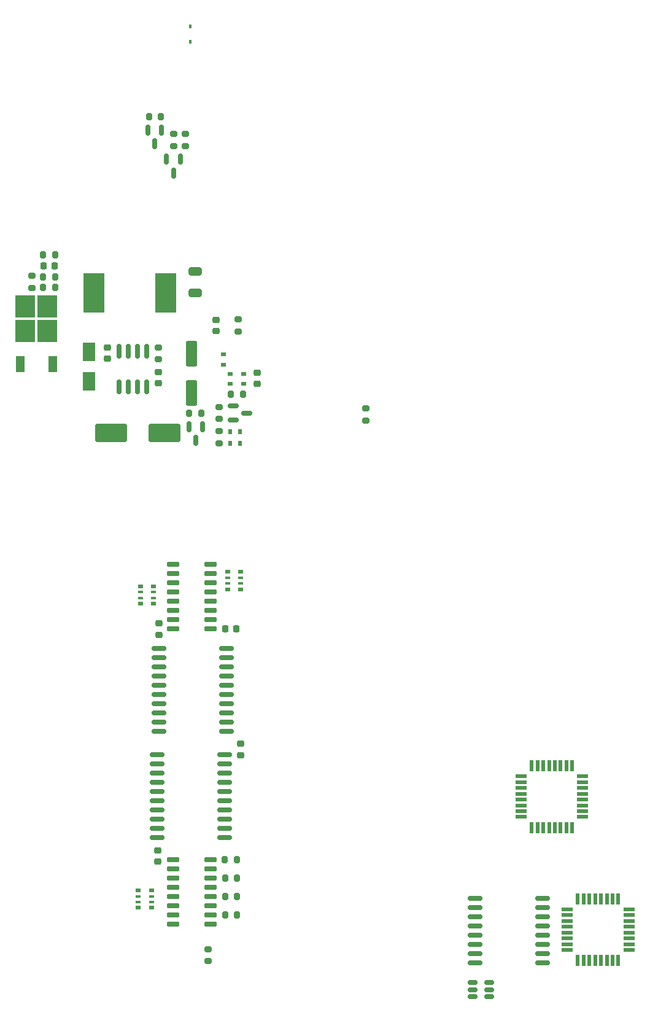
<source format=gbr>
%TF.GenerationSoftware,KiCad,Pcbnew,(6.0.11-0)*%
%TF.CreationDate,2023-07-11T17:26:52+12:00*%
%TF.ProjectId,controller,636f6e74-726f-46c6-9c65-722e6b696361,3.2*%
%TF.SameCoordinates,PX1c9c380PY1312d00*%
%TF.FileFunction,Paste,Top*%
%TF.FilePolarity,Positive*%
%FSLAX46Y46*%
G04 Gerber Fmt 4.6, Leading zero omitted, Abs format (unit mm)*
G04 Created by KiCad (PCBNEW (6.0.11-0)) date 2023-07-11 17:26:52*
%MOMM*%
%LPD*%
G01*
G04 APERTURE LIST*
G04 Aperture macros list*
%AMRoundRect*
0 Rectangle with rounded corners*
0 $1 Rounding radius*
0 $2 $3 $4 $5 $6 $7 $8 $9 X,Y pos of 4 corners*
0 Add a 4 corners polygon primitive as box body*
4,1,4,$2,$3,$4,$5,$6,$7,$8,$9,$2,$3,0*
0 Add four circle primitives for the rounded corners*
1,1,$1+$1,$2,$3*
1,1,$1+$1,$4,$5*
1,1,$1+$1,$6,$7*
1,1,$1+$1,$8,$9*
0 Add four rect primitives between the rounded corners*
20,1,$1+$1,$2,$3,$4,$5,0*
20,1,$1+$1,$4,$5,$6,$7,0*
20,1,$1+$1,$6,$7,$8,$9,0*
20,1,$1+$1,$8,$9,$2,$3,0*%
G04 Aperture macros list end*
%ADD10R,1.600000X0.550000*%
%ADD11R,0.550000X1.600000*%
%ADD12R,2.900000X5.400000*%
%ADD13RoundRect,0.225000X0.250000X-0.225000X0.250000X0.225000X-0.250000X0.225000X-0.250000X-0.225000X0*%
%ADD14RoundRect,0.225000X-0.250000X0.225000X-0.250000X-0.225000X0.250000X-0.225000X0.250000X0.225000X0*%
%ADD15R,0.800000X0.500000*%
%ADD16R,0.800000X0.400000*%
%ADD17RoundRect,0.200000X-0.275000X0.200000X-0.275000X-0.200000X0.275000X-0.200000X0.275000X0.200000X0*%
%ADD18RoundRect,0.200000X0.275000X-0.200000X0.275000X0.200000X-0.275000X0.200000X-0.275000X-0.200000X0*%
%ADD19R,0.700000X0.600000*%
%ADD20RoundRect,0.200000X-0.200000X-0.275000X0.200000X-0.275000X0.200000X0.275000X-0.200000X0.275000X0*%
%ADD21R,0.600000X0.700000*%
%ADD22RoundRect,0.150000X-0.150000X0.587500X-0.150000X-0.587500X0.150000X-0.587500X0.150000X0.587500X0*%
%ADD23R,2.750000X3.050000*%
%ADD24R,1.200000X2.200000*%
%ADD25RoundRect,0.250000X-1.950000X-1.000000X1.950000X-1.000000X1.950000X1.000000X-1.950000X1.000000X0*%
%ADD26RoundRect,0.150000X-0.875000X-0.150000X0.875000X-0.150000X0.875000X0.150000X-0.875000X0.150000X0*%
%ADD27RoundRect,0.250000X-0.550000X1.500000X-0.550000X-1.500000X0.550000X-1.500000X0.550000X1.500000X0*%
%ADD28RoundRect,0.250000X-0.650000X0.325000X-0.650000X-0.325000X0.650000X-0.325000X0.650000X0.325000X0*%
%ADD29RoundRect,0.225000X-0.225000X-0.250000X0.225000X-0.250000X0.225000X0.250000X-0.225000X0.250000X0*%
%ADD30R,0.450000X0.600000*%
%ADD31RoundRect,0.150000X0.725000X0.150000X-0.725000X0.150000X-0.725000X-0.150000X0.725000X-0.150000X0*%
%ADD32RoundRect,0.200000X0.200000X0.275000X-0.200000X0.275000X-0.200000X-0.275000X0.200000X-0.275000X0*%
%ADD33RoundRect,0.150000X0.150000X-0.825000X0.150000X0.825000X-0.150000X0.825000X-0.150000X-0.825000X0*%
%ADD34RoundRect,0.225000X0.225000X0.250000X-0.225000X0.250000X-0.225000X-0.250000X0.225000X-0.250000X0*%
%ADD35RoundRect,0.150000X-0.512500X-0.150000X0.512500X-0.150000X0.512500X0.150000X-0.512500X0.150000X0*%
%ADD36RoundRect,0.150000X-0.587500X-0.150000X0.587500X-0.150000X0.587500X0.150000X-0.587500X0.150000X0*%
%ADD37R,1.800000X2.500000*%
G04 APERTURE END LIST*
D10*
%TO.C,U9*%
X86500000Y-128100000D03*
X86500000Y-128900000D03*
X86500000Y-129700000D03*
X86500000Y-130500000D03*
X86500000Y-131300000D03*
X86500000Y-132100000D03*
X86500000Y-132900000D03*
X86500000Y-133700000D03*
D11*
X87950000Y-135150000D03*
X88750000Y-135150000D03*
X89550000Y-135150000D03*
X90350000Y-135150000D03*
X91150000Y-135150000D03*
X91950000Y-135150000D03*
X92750000Y-135150000D03*
X93550000Y-135150000D03*
D10*
X95000000Y-133700000D03*
X95000000Y-132900000D03*
X95000000Y-132100000D03*
X95000000Y-131300000D03*
X95000000Y-130500000D03*
X95000000Y-129700000D03*
X95000000Y-128900000D03*
X95000000Y-128100000D03*
D11*
X93550000Y-126650000D03*
X92750000Y-126650000D03*
X91950000Y-126650000D03*
X91150000Y-126650000D03*
X90350000Y-126650000D03*
X89550000Y-126650000D03*
X88750000Y-126650000D03*
X87950000Y-126650000D03*
%TD*%
D12*
%TO.C,L1*%
X27600000Y-61410000D03*
X37500000Y-61410000D03*
%TD*%
D13*
%TO.C,C5*%
X36500000Y-73875000D03*
X36500000Y-72325000D03*
%TD*%
D14*
%TO.C,C1*%
X44400000Y-65150000D03*
X44400000Y-66700000D03*
%TD*%
D15*
%TO.C,RN2*%
X34000000Y-101889393D03*
D16*
X34000000Y-102689393D03*
X34000000Y-103489393D03*
D15*
X34000000Y-104289393D03*
X35800000Y-104289393D03*
D16*
X35800000Y-103489393D03*
X35800000Y-102689393D03*
D15*
X35800000Y-101889393D03*
%TD*%
D17*
%TO.C,R12*%
X36449999Y-68935000D03*
X36449999Y-70585000D03*
%TD*%
%TO.C,R6*%
X44800000Y-77175000D03*
X44800000Y-78825000D03*
%TD*%
D18*
%TO.C,R18*%
X40190000Y-41182107D03*
X40190000Y-39532107D03*
%TD*%
D19*
%TO.C,D3*%
X46400000Y-73992893D03*
X46400000Y-72592893D03*
%TD*%
D17*
%TO.C,R19*%
X38550000Y-39532107D03*
X38550000Y-41182107D03*
%TD*%
D20*
%TO.C,R16*%
X45675000Y-142150000D03*
X47325000Y-142150000D03*
%TD*%
%TO.C,R7*%
X20575000Y-60700000D03*
X22225000Y-60700000D03*
%TD*%
D21*
%TO.C,D5*%
X47750000Y-82150000D03*
X46350000Y-82150000D03*
%TD*%
D18*
%TO.C,R5*%
X65100000Y-79017893D03*
X65100000Y-77367893D03*
%TD*%
D22*
%TO.C,Q4*%
X39500000Y-43019607D03*
X37600000Y-43019607D03*
X38550000Y-44894607D03*
%TD*%
D23*
%TO.C,Q2*%
X18125000Y-66675000D03*
X21175000Y-66675000D03*
X21175000Y-63325000D03*
X18125000Y-63325000D03*
D24*
X17370000Y-71300000D03*
X21930000Y-71300000D03*
%TD*%
D17*
%TO.C,R8*%
X19000000Y-59075000D03*
X19000000Y-60725000D03*
%TD*%
D19*
%TO.C,D1*%
X45437500Y-71337500D03*
X45437500Y-69937500D03*
%TD*%
D13*
%TO.C,C6*%
X29450000Y-70534999D03*
X29450000Y-68984999D03*
%TD*%
D20*
%TO.C,R15*%
X45675000Y-144650000D03*
X47325000Y-144650000D03*
%TD*%
D25*
%TO.C,C4*%
X29900000Y-80760000D03*
X37300000Y-80760000D03*
%TD*%
D20*
%TO.C,R17*%
X45625000Y-139600000D03*
X47275000Y-139600000D03*
%TD*%
D26*
%TO.C,U3*%
X36300000Y-125135000D03*
X36300000Y-126405000D03*
X36300000Y-127675000D03*
X36300000Y-128945000D03*
X36300000Y-130215000D03*
X36300000Y-131485000D03*
X36300000Y-132755000D03*
X36300000Y-134025000D03*
X36300000Y-135295000D03*
X36300000Y-136565000D03*
X45600000Y-136565000D03*
X45600000Y-135295000D03*
X45600000Y-134025000D03*
X45600000Y-132755000D03*
X45600000Y-131485000D03*
X45600000Y-130215000D03*
X45600000Y-128945000D03*
X45600000Y-127675000D03*
X45600000Y-126405000D03*
X45600000Y-125135000D03*
%TD*%
D10*
%TO.C,U8*%
X92860000Y-146450000D03*
X92860000Y-147250000D03*
X92860000Y-148050000D03*
X92860000Y-148850000D03*
X92860000Y-149650000D03*
X92860000Y-150450000D03*
X92860000Y-151250000D03*
X92860000Y-152050000D03*
D11*
X94310000Y-153500000D03*
X95110000Y-153500000D03*
X95910000Y-153500000D03*
X96710000Y-153500000D03*
X97510000Y-153500000D03*
X98310000Y-153500000D03*
X99110000Y-153500000D03*
X99910000Y-153500000D03*
D10*
X101360000Y-152050000D03*
X101360000Y-151250000D03*
X101360000Y-150450000D03*
X101360000Y-149650000D03*
X101360000Y-148850000D03*
X101360000Y-148050000D03*
X101360000Y-147250000D03*
X101360000Y-146450000D03*
D11*
X99910000Y-145000000D03*
X99110000Y-145000000D03*
X98310000Y-145000000D03*
X97510000Y-145000000D03*
X96710000Y-145000000D03*
X95910000Y-145000000D03*
X95110000Y-145000000D03*
X94310000Y-145000000D03*
%TD*%
D15*
%TO.C,RN1*%
X33700000Y-143833393D03*
D16*
X33700000Y-144633393D03*
X33700000Y-145433393D03*
D15*
X33700000Y-146233393D03*
X35500000Y-146233393D03*
D16*
X35500000Y-145433393D03*
X35500000Y-144633393D03*
D15*
X35500000Y-143833393D03*
%TD*%
D13*
%TO.C,C11*%
X47800000Y-125167893D03*
X47800000Y-123617893D03*
%TD*%
%TO.C,C2*%
X50100000Y-73967893D03*
X50100000Y-72417893D03*
%TD*%
D20*
%TO.C,R14*%
X45675000Y-147200000D03*
X47325000Y-147200000D03*
%TD*%
%TO.C,R20*%
X35160000Y-37102107D03*
X36810000Y-37102107D03*
%TD*%
D27*
%TO.C,C8*%
X41000000Y-69800000D03*
X41000000Y-75200000D03*
%TD*%
D14*
%TO.C,C10*%
X36544000Y-107009393D03*
X36544000Y-108559393D03*
%TD*%
D21*
%TO.C,D4*%
X47750000Y-80550000D03*
X46350000Y-80550000D03*
%TD*%
D20*
%TO.C,R9*%
X20575000Y-56200000D03*
X22225000Y-56200000D03*
%TD*%
D28*
%TO.C,C7*%
X41525000Y-58450000D03*
X41525000Y-61400000D03*
%TD*%
D22*
%TO.C,Q3*%
X42550000Y-79862500D03*
X40650000Y-79862500D03*
X41600000Y-81737500D03*
%TD*%
D20*
%TO.C,R11*%
X40725000Y-78050000D03*
X42375000Y-78050000D03*
%TD*%
D18*
%TO.C,R2*%
X47425000Y-66750000D03*
X47425000Y-65100000D03*
%TD*%
D15*
%TO.C,RN3*%
X47800000Y-102292893D03*
D16*
X47800000Y-101492893D03*
X47800000Y-100692893D03*
D15*
X47800000Y-99892893D03*
X46000000Y-99892893D03*
D16*
X46000000Y-100692893D03*
X46000000Y-101492893D03*
D15*
X46000000Y-102292893D03*
%TD*%
D29*
%TO.C,C12*%
X45650000Y-107739393D03*
X47200000Y-107739393D03*
%TD*%
D30*
%TO.C,D7*%
X40900000Y-24700000D03*
X40900000Y-26800000D03*
%TD*%
D26*
%TO.C,U7*%
X80180000Y-144905000D03*
X80180000Y-146175000D03*
X80180000Y-147445000D03*
X80180000Y-148715000D03*
X80180000Y-149985000D03*
X80180000Y-151255000D03*
X80180000Y-152525000D03*
X80180000Y-153795000D03*
X89480000Y-153795000D03*
X89480000Y-152525000D03*
X89480000Y-151255000D03*
X89480000Y-149985000D03*
X89480000Y-148715000D03*
X89480000Y-147445000D03*
X89480000Y-146175000D03*
X89480000Y-144905000D03*
%TD*%
D31*
%TO.C,U5*%
X43654000Y-107739393D03*
X43654000Y-106469393D03*
X43654000Y-105199393D03*
X43654000Y-103929393D03*
X43654000Y-102659393D03*
X43654000Y-101389393D03*
X43654000Y-100119393D03*
X43654000Y-98849393D03*
X38504000Y-98849393D03*
X38504000Y-100119393D03*
X38504000Y-101389393D03*
X38504000Y-102659393D03*
X38504000Y-103929393D03*
X38504000Y-105199393D03*
X38504000Y-106469393D03*
X38504000Y-107739393D03*
%TD*%
D32*
%TO.C,R3*%
X48125000Y-75400000D03*
X46475000Y-75400000D03*
%TD*%
D33*
%TO.C,U1*%
X31045000Y-74434999D03*
X32315000Y-74434999D03*
X33585000Y-74434999D03*
X34855000Y-74434999D03*
X34855000Y-69484999D03*
X33585000Y-69484999D03*
X32315000Y-69484999D03*
X31045000Y-69484999D03*
%TD*%
D19*
%TO.C,D2*%
X48200000Y-73992893D03*
X48200000Y-72592893D03*
%TD*%
D34*
%TO.C,C3*%
X22175000Y-57700000D03*
X20625000Y-57700000D03*
%TD*%
D35*
%TO.C,U6*%
X79812500Y-156550000D03*
X79812500Y-157500000D03*
X79812500Y-158450000D03*
X82087500Y-158450000D03*
X82087500Y-157500000D03*
X82087500Y-156550000D03*
%TD*%
D17*
%TO.C,R13*%
X43350000Y-151950000D03*
X43350000Y-153600000D03*
%TD*%
D36*
%TO.C,Q1*%
X46762500Y-77050000D03*
X46762500Y-78950000D03*
X48637500Y-78000000D03*
%TD*%
D31*
%TO.C,U4*%
X43654000Y-148466393D03*
X43654000Y-147196393D03*
X43654000Y-145926393D03*
X43654000Y-144656393D03*
X43654000Y-143386393D03*
X43654000Y-142116393D03*
X43654000Y-140846393D03*
X43654000Y-139576393D03*
X38504000Y-139576393D03*
X38504000Y-140846393D03*
X38504000Y-142116393D03*
X38504000Y-143386393D03*
X38504000Y-144656393D03*
X38504000Y-145926393D03*
X38504000Y-147196393D03*
X38504000Y-148466393D03*
%TD*%
D18*
%TO.C,R10*%
X44800000Y-82175000D03*
X44800000Y-80525000D03*
%TD*%
D13*
%TO.C,C9*%
X36400000Y-139861006D03*
X36400000Y-138311006D03*
%TD*%
D26*
%TO.C,U2*%
X36553560Y-110445833D03*
X36553560Y-111715833D03*
X36553560Y-112985833D03*
X36553560Y-114255833D03*
X36553560Y-115525833D03*
X36553560Y-116795833D03*
X36553560Y-118065833D03*
X36553560Y-119335833D03*
X36553560Y-120605833D03*
X36553560Y-121875833D03*
X45853560Y-121875833D03*
X45853560Y-120605833D03*
X45853560Y-119335833D03*
X45853560Y-118065833D03*
X45853560Y-116795833D03*
X45853560Y-115525833D03*
X45853560Y-114255833D03*
X45853560Y-112985833D03*
X45853560Y-111715833D03*
X45853560Y-110445833D03*
%TD*%
D32*
%TO.C,R4*%
X22225000Y-59200000D03*
X20575000Y-59200000D03*
%TD*%
D37*
%TO.C,D6*%
X26900000Y-69610000D03*
X26900000Y-73610000D03*
%TD*%
D22*
%TO.C,Q5*%
X36900000Y-39019607D03*
X35000000Y-39019607D03*
X35950000Y-40894607D03*
%TD*%
M02*

</source>
